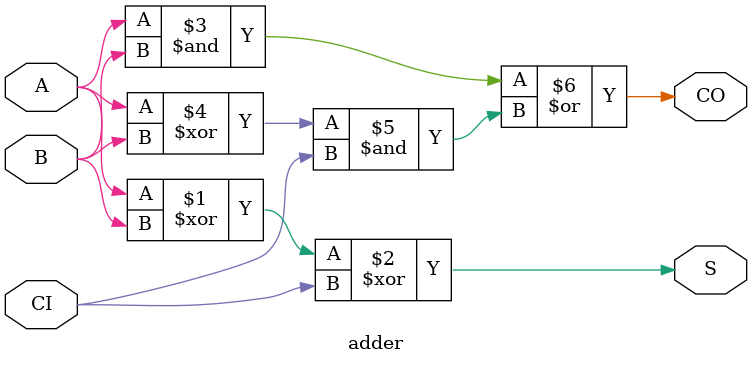
<source format=v>
`timescale 1ns / 1ps
module adder(A,B,CI,S,CO);
	input A,B,CI;
	output S,CO;
	assign S = A^B^CI;
	assign CO = (A&B)|((A^B)&CI);

endmodule

</source>
